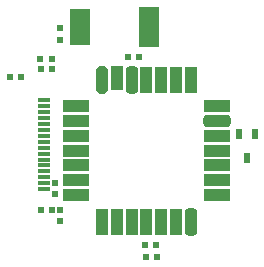
<source format=gbp>
G04 Layer_Color=128*
%FSLAX24Y24*%
%MOIN*%
G70*
G01*
G75*
%ADD10R,0.0228X0.0244*%
%ADD11R,0.0244X0.0244*%
%ADD12R,0.0217X0.0335*%
%ADD13R,0.0244X0.0228*%
%ADD22R,0.0244X0.0244*%
%ADD49R,0.0394X0.0906*%
G04:AMPARAMS|DCode=50|XSize=90.6mil|YSize=39.4mil|CornerRadius=9.8mil|HoleSize=0mil|Usage=FLASHONLY|Rotation=90.000|XOffset=0mil|YOffset=0mil|HoleType=Round|Shape=RoundedRectangle|*
%AMROUNDEDRECTD50*
21,1,0.0906,0.0197,0,0,90.0*
21,1,0.0709,0.0394,0,0,90.0*
1,1,0.0197,0.0098,0.0354*
1,1,0.0197,0.0098,-0.0354*
1,1,0.0197,-0.0098,-0.0354*
1,1,0.0197,-0.0098,0.0354*
%
%ADD50ROUNDEDRECTD50*%
%ADD51R,0.0906X0.0394*%
G04:AMPARAMS|DCode=52|XSize=90.6mil|YSize=39.4mil|CornerRadius=9.8mil|HoleSize=0mil|Usage=FLASHONLY|Rotation=180.000|XOffset=0mil|YOffset=0mil|HoleType=Round|Shape=RoundedRectangle|*
%AMROUNDEDRECTD52*
21,1,0.0906,0.0197,0,0,180.0*
21,1,0.0709,0.0394,0,0,180.0*
1,1,0.0197,-0.0354,0.0098*
1,1,0.0197,0.0354,0.0098*
1,1,0.0197,0.0354,-0.0098*
1,1,0.0197,-0.0354,-0.0098*
%
%ADD52ROUNDEDRECTD52*%
%ADD53R,0.0394X0.0787*%
G04:AMPARAMS|DCode=54|XSize=90.6mil|YSize=39.4mil|CornerRadius=0mil|HoleSize=0mil|Usage=FLASHONLY|Rotation=270.000|XOffset=0mil|YOffset=0mil|HoleType=Round|Shape=Octagon|*
%AMOCTAGOND54*
4,1,8,-0.0098,-0.0453,0.0098,-0.0453,0.0197,-0.0354,0.0197,0.0354,0.0098,0.0453,-0.0098,0.0453,-0.0197,0.0354,-0.0197,-0.0354,-0.0098,-0.0453,0.0*
%
%ADD54OCTAGOND54*%

%ADD55R,0.0394X0.0118*%
%ADD56R,0.0669X0.1378*%
%ADD57R,0.0669X0.1220*%
D10*
X-2098Y2862D02*
D03*
X-2469D02*
D03*
X-2098Y2520D02*
D03*
X-2468D02*
D03*
X1394Y-3346D02*
D03*
X1024D02*
D03*
X815Y2939D02*
D03*
X445D02*
D03*
X-3495Y2247D02*
D03*
X-3125D02*
D03*
D11*
X1043Y-3740D02*
D03*
X1398D02*
D03*
X-2441Y-2185D02*
D03*
X-2087D02*
D03*
D12*
X4155Y374D02*
D03*
X4667D02*
D03*
X4411Y-453D02*
D03*
D13*
X-1825Y3507D02*
D03*
Y3877D02*
D03*
D22*
X-1811Y-2185D02*
D03*
Y-2539D02*
D03*
X-1969Y-1634D02*
D03*
Y-1280D02*
D03*
D49*
X-413Y-2559D02*
D03*
X79D02*
D03*
X571D02*
D03*
X1063D02*
D03*
X1555Y-2559D02*
D03*
X2047D02*
D03*
X2539Y2165D02*
D03*
X2047D02*
D03*
X1555D02*
D03*
X1063Y2165D02*
D03*
D50*
X2539Y-2559D02*
D03*
X571Y2165D02*
D03*
D51*
X3425Y-1673D02*
D03*
Y-1181D02*
D03*
Y-689D02*
D03*
X3425Y-197D02*
D03*
X3425Y295D02*
D03*
Y1280D02*
D03*
X-1299Y1280D02*
D03*
X-1299Y787D02*
D03*
Y295D02*
D03*
X-1299Y-197D02*
D03*
X-1299Y-689D02*
D03*
Y-1181D02*
D03*
Y-1673D02*
D03*
D52*
X3425Y787D02*
D03*
D53*
X79Y2224D02*
D03*
D54*
X-413Y2165D02*
D03*
D55*
X-2362Y98D02*
D03*
Y-98D02*
D03*
Y-295D02*
D03*
Y-492D02*
D03*
Y-886D02*
D03*
Y-1083D02*
D03*
Y-1280D02*
D03*
Y-1476D02*
D03*
Y-689D02*
D03*
Y1476D02*
D03*
Y1280D02*
D03*
Y1083D02*
D03*
Y886D02*
D03*
Y689D02*
D03*
Y492D02*
D03*
Y295D02*
D03*
D56*
X1161Y3937D02*
D03*
D57*
X-1161D02*
D03*
M02*

</source>
